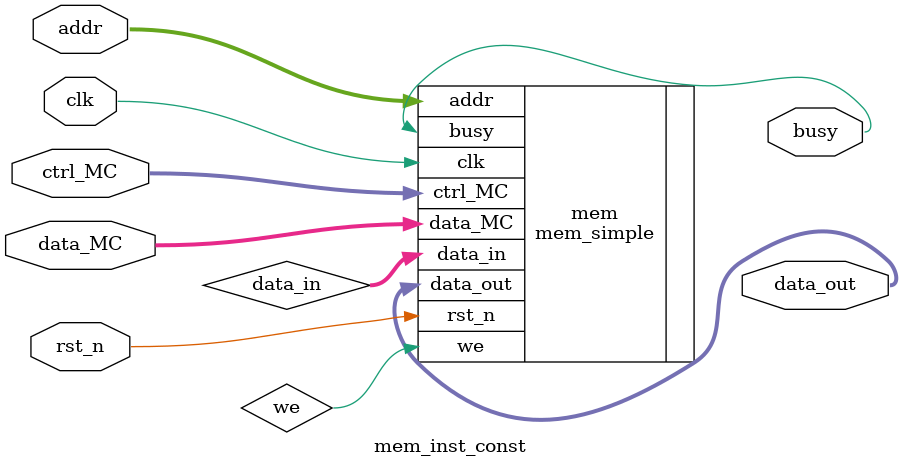
<source format=sv>
module mem_inst_const(clk, rst_n, addr, data_MC, ctrl_MC, busy, data_out);

    parameter DEPTH = 512;
    /*
        Input
    */
    input clk, rst_n;
    // DUT
    input unsigned [31:0] addr;
    // MC
    input [31:0] data_MC;
    input [1:0] ctrl_MC;
    /*
        Output
    */
    // DUT
    output [31:0] data_out;
    output busy;

    logic we;
    logic [31:0] data_in;
    // mem modules
    mem_simple #(.DEPTH(DEPTH)) mem (.clk(clk), .rst_n(rst_n), .we(we), .addr(addr), .data_in(data_in), 
            .data_MC(data_MC), .ctrl_MC(ctrl_MC), .busy(busy), .data_out(data_out));
    
endmodule
</source>
